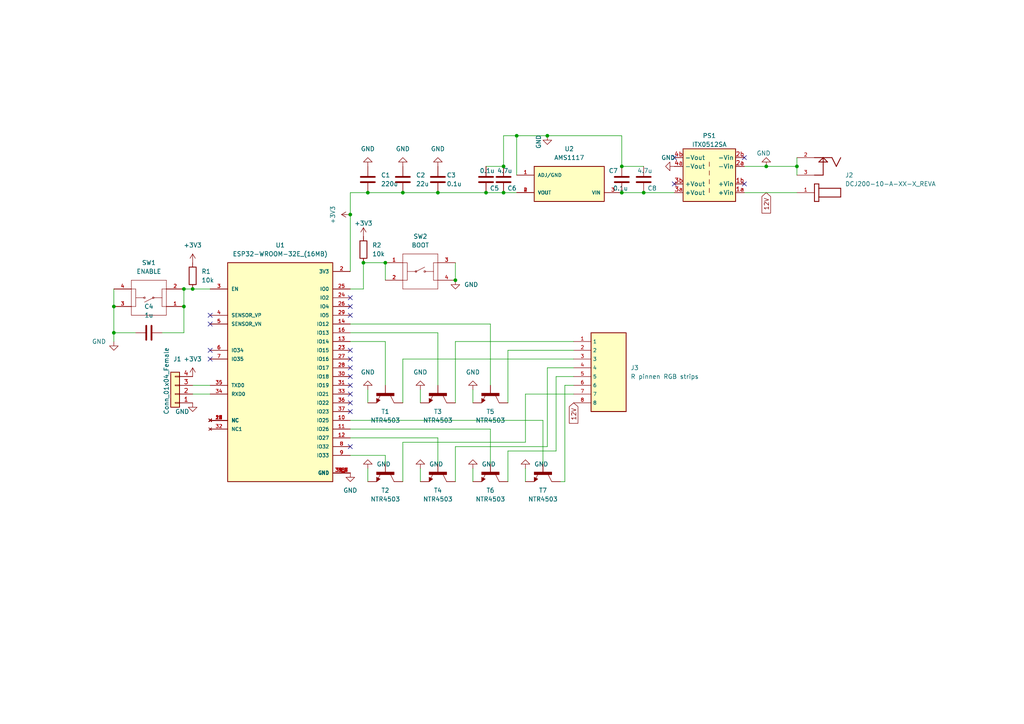
<source format=kicad_sch>
(kicad_sch (version 20211123) (generator eeschema)
  (paper "A4")
  (lib_symbols
    (symbol "1825910-6:1825910-6" (pin_names (offset 1.016) hide)
      (property "Reference" "SW" (at -5.08 5.842 0))
      (property "Value" "1825910-6" (at -5.08 -7.62 0))
      (symbol "1825910-6_0_0"
        (circle (center -1.27 0) (radius 0.254) (stroke (width 0.127)))
        (polyline (pts (xy -5.08 -5.08) (xy 5.08 -5.08)) (stroke (width 0.127)))
        (polyline (pts (xy -5.08 -2.54) (xy -5.08 -5.08)) (stroke (width 0.127)))
        (polyline (pts (xy -5.08 2.54) (xy -5.08 -2.54)) (stroke (width 0.127)))
        (polyline (pts (xy -5.08 2.54) (xy -3.81 2.54)) (stroke (width 0.127)))
        (polyline (pts (xy -5.08 5.08) (xy -5.08 2.54)) (stroke (width 0.127)))
        (polyline (pts (xy -5.08 5.08) (xy 5.08 5.08)) (stroke (width 0.127)))
        (polyline (pts (xy -3.81 -2.54) (xy -5.08 -2.54)) (stroke (width 0.127)))
        (polyline (pts (xy -3.81 0) (xy -3.81 -2.54)) (stroke (width 0.127)))
        (polyline (pts (xy -3.81 0) (xy -1.27 0)) (stroke (width 0.127)))
        (polyline (pts (xy -3.81 2.54) (xy -3.81 0)) (stroke (width 0.127)))
        (polyline (pts (xy -1.27 0) (xy 1.27 1.27)) (stroke (width 0.127)))
        (polyline (pts (xy 1.27 0) (xy 3.81 0)) (stroke (width 0.127)))
        (polyline (pts (xy 3.81 -2.54) (xy 5.08 -2.54)) (stroke (width 0.127)))
        (polyline (pts (xy 3.81 0) (xy 3.81 -2.54)) (stroke (width 0.127)))
        (polyline (pts (xy 3.81 0) (xy 3.81 2.54)) (stroke (width 0.127)))
        (polyline (pts (xy 3.81 2.54) (xy 5.08 2.54)) (stroke (width 0.127)))
        (polyline (pts (xy 5.08 -2.54) (xy 5.08 -5.08)) (stroke (width 0.127)))
        (polyline (pts (xy 5.08 2.54) (xy 5.08 -2.54)) (stroke (width 0.127)))
        (polyline (pts (xy 5.08 5.08) (xy 5.08 2.54)) (stroke (width 0.127)))
        (circle (center 1.27 0) (radius 0.254) (stroke (width 0.127)))
        (pin passive line (at -10.16 2.54 0) (length 5.08) (name "~") (number "1"))
        (pin passive line (at -10.16 -2.54 0) (length 5.08) (name "~") (number "2"))
        (pin passive line (at 10.16 2.54 180) (length 5.08) (name "~") (number "3"))
        (pin passive line (at 10.16 -2.54 180) (length 5.08) (name "~") (number "4"))
      )
    )
    (symbol "282841-5:8_pin_connector"
      (property "Reference" "U" (at -5.08 12.7 0))
      (property "Value" "8_pin_connector" (at 0 -13.97 0))
      (symbol "8_pin_connector_0_0"
        (pin passive line (at -10.16 8.89 0) (length 5.08) (name "1") (number "1"))
        (pin passive line (at -10.16 6.35 0) (length 5.08) (name "2") (number "2"))
        (pin passive line (at -10.16 3.81 0) (length 5.08) (name "3") (number "3"))
        (pin passive line (at -10.16 1.27 0) (length 5.08) (name "4") (number "4"))
        (pin passive line (at -10.16 -1.27 0) (length 5.08) (name "5") (number "5"))
        (pin passive line (at -10.16 -3.81 0) (length 5.08) (name "6") (number "6"))
        (pin passive line (at -10.16 -6.35 0) (length 5.08) (name "7") (number "7"))
        (pin passive line (at -10.16 -8.89 0) (length 5.08) (name "8") (number "8"))
      )
      (symbol "8_pin_connector_0_1"
        (rectangle (start -5.08 11.43) (end 5.08 -11.43))
        (rectangle (start -5.08 11.43) (end 5.08 -11.43) (fill (type background)))
        (polyline (pts (xy -5.08 11.43) (xy -5.08 -11.43) (xy 5.08 -11.43) (xy 5.08 11.43) (xy -5.08 11.43)) (stroke (width 0.254)))
      )
    )
    (symbol "AMS1117:AMS1117" (pin_names (offset 1.016))
      (property "Reference" "U" (at -10.16 5.588 0))
      (property "Value" "AMS1117" (at -10.16 -8.128 0))
      (symbol "AMS1117_0_0"
        (rectangle (start -10.16 -5.08) (end 10.16 5.08) (stroke (width 0.254)) (fill (type background)))
        (pin power_in line (at 15.24 -2.54 180) (length 5.08) (name "ADJ/GND") (number "1"))
        (pin output line (at 15.24 2.54 180) (length 5.08) (name "VOUT") (number "2"))
        (pin input line (at -15.24 2.54 0) (length 5.08) (name "VIN") (number "3"))
        (pin output line (at 15.24 2.54 180) (length 5.08) (name "VOUT") (number "4"))
      )
    )
    (symbol "BC848:BC848" (pin_numbers hide) (pin_names (offset 1.016) hide)
      (property "Reference" "T" (at -10.1854 7.6454 0))
      (property "Value" "BC848" (at -10.16 5.08 0))
      (symbol "BC848_0_0"
        (rectangle (start -0.254 -2.54) (end 0.508 2.54) (fill (type outline)))
        (polyline (pts (xy 1.27 -2.54) (xy 1.778 -1.524)) (stroke (width 0.1524)))
        (polyline (pts (xy 1.524 -2.413) (xy 2.286 -2.413)) (stroke (width 0.254)))
        (polyline (pts (xy 1.524 -2.286) (xy 1.905 -2.286)) (stroke (width 0.254)))
        (polyline (pts (xy 1.5494 -2.032) (xy 0.3048 -1.4224)) (stroke (width 0.1524)))
        (polyline (pts (xy 1.778 -1.778) (xy 1.524 -2.286)) (stroke (width 0.254)))
        (polyline (pts (xy 1.778 -1.524) (xy 2.54 -2.54)) (stroke (width 0.1524)))
        (polyline (pts (xy 1.905 -2.286) (xy 1.778 -2.032)) (stroke (width 0.254)))
        (polyline (pts (xy 2.286 -2.413) (xy 1.778 -1.778)) (stroke (width 0.254)))
        (polyline (pts (xy 2.54 -2.54) (xy 1.27 -2.54)) (stroke (width 0.1524)))
        (polyline (pts (xy 2.54 2.54) (xy 0.508 1.524)) (stroke (width 0.1524)))
        (pin passive line (at -2.54 0 0) (length 2.54) (name "~") (number "1"))
        (pin passive line (at 2.54 -5.08 90) (length 2.54) (name "~") (number "2"))
        (pin passive line (at 2.54 5.08 270) (length 2.54) (name "~") (number "3"))
      )
    )
    (symbol "Connector_Generic:Conn_01x04" (pin_names (offset 1.016) hide)
      (property "Reference" "J" (at 0 5.08 0))
      (property "Value" "Conn_01x04" (at 0 -7.62 0))
      (symbol "Conn_01x04_1_1"
        (rectangle (start -1.27 -4.953) (end 0 -5.207) (stroke (width 0.1524)))
        (rectangle (start -1.27 -2.413) (end 0 -2.667) (stroke (width 0.1524)))
        (rectangle (start -1.27 0.127) (end 0 -0.127) (stroke (width 0.1524)))
        (rectangle (start -1.27 2.667) (end 0 2.413) (stroke (width 0.1524)))
        (rectangle (start -1.27 3.81) (end 1.27 -6.35) (stroke (width 0.254)) (fill (type background)))
        (pin passive line (at -5.08 2.54 0) (length 3.81) (name "Pin_1") (number "1"))
        (pin passive line (at -5.08 0 0) (length 3.81) (name "Pin_2") (number "2"))
        (pin passive line (at -5.08 -2.54 0) (length 3.81) (name "Pin_3") (number "3"))
        (pin passive line (at -5.08 -5.08 0) (length 3.81) (name "Pin_4") (number "4"))
      )
    )
    (symbol "Converter_DCDC:ITX0512SA"
      (property "Reference" "PS1" (at 0 -11.43 0))
      (property "Value" "ITX0512SA" (at 0 -8.89 0))
      (symbol "ITX0512SA_0_0"
        (pin power_in line (at -10.16 5.08 0) (length 2.54) (name "+Vin") (number "1a"))
        (pin power_in line (at -10.16 2.54 0) (length 2.54) (name "+Vin") (number "1b"))
        (pin power_in line (at -10.16 -2.54 0) (length 2.54) (name "-Vin") (number "2a"))
        (pin power_in line (at -10.16 -5.08 0) (length 2.54) (name "-Vin") (number "2b"))
        (pin power_out line (at 10.16 5.08 180) (length 2.54) (name "+Vout") (number "3a"))
        (pin power_out line (at 10.16 2.54 180) (length 2.54) (name "+Vout") (number "3b"))
        (pin power_out line (at 10.16 -2.54 180) (length 2.54) (name "-Vout") (number "4a"))
        (pin power_out line (at 10.16 -5.08 180) (length 2.54) (name "-Vout") (number "4b"))
      )
      (symbol "ITX0512SA_0_1"
        (rectangle (start -7.62 7.62) (end 7.62 -7.62) (stroke (width 0.254)) (fill (type background)))
        (polyline (pts (xy 0 -2.54) (xy 0 -3.81)))
        (polyline (pts (xy 0 0) (xy 0 -1.27)))
        (polyline (pts (xy 0 2.54) (xy 0 1.27)))
        (polyline (pts (xy 0 5.08) (xy 0 3.81)))
      )
    )
    (symbol "DCJ200-10-A-XX-X_REVA:DCJ200-10-A-XX-X_REVA" (pin_names (offset 1.016) hide)
      (property "Reference" "J" (at -5.08 7.62 0))
      (property "Value" "DCJ200-10-A-XX-X_REVA" (at -5.08 -7.62 0))
      (symbol "DCJ200-10-A-XX-X_REVA_0_0"
        (polyline (pts (xy -5.08 3.81) (xy 1.27 3.81)) (stroke (width 0.254)))
        (polyline (pts (xy -5.08 6.35) (xy -5.08 3.81)) (stroke (width 0.254)))
        (polyline (pts (xy -3.81 -2.54) (xy -5.08 -5.08)) (stroke (width 0.254)))
        (polyline (pts (xy -2.54 -5.08) (xy -3.81 -2.54)) (stroke (width 0.254)))
        (polyline (pts (xy -1.27 -3.81) (xy 1.27 -3.81)) (stroke (width 0.254)))
        (polyline (pts (xy 0 -5.08) (xy -2.54 -5.08)) (stroke (width 0.254)))
        (polyline (pts (xy 0 -5.08) (xy -1.27 -3.81)) (stroke (width 0.254)))
        (polyline (pts (xy 0 0) (xy 0 -5.08)) (stroke (width 0.254)))
        (polyline (pts (xy 1.27 -3.81) (xy 0 -5.08)) (stroke (width 0.254)))
        (polyline (pts (xy 1.27 2.54) (xy 2.54 2.54)) (stroke (width 0.254)))
        (polyline (pts (xy 1.27 3.81) (xy 1.27 2.54)) (stroke (width 0.254)))
        (polyline (pts (xy 1.27 6.35) (xy -5.08 6.35)) (stroke (width 0.254)))
        (polyline (pts (xy 1.27 6.35) (xy 1.27 3.81)) (stroke (width 0.254)))
        (polyline (pts (xy 1.27 7.62) (xy 1.27 6.35)) (stroke (width 0.254)))
        (polyline (pts (xy 2.54 -5.08) (xy 0 -5.08)) (stroke (width 0.254)))
        (polyline (pts (xy 2.54 0) (xy 0 0)) (stroke (width 0.254)))
        (polyline (pts (xy 2.54 2.54) (xy 2.54 7.62)) (stroke (width 0.254)))
        (polyline (pts (xy 2.54 7.62) (xy 1.27 7.62)) (stroke (width 0.254)))
        (pin passive line (at 7.62 5.08 180) (length 5.08) (name "~") (number "1"))
        (pin passive line (at 7.62 -5.08 180) (length 5.08) (name "~") (number "2"))
        (pin passive line (at 7.62 0 180) (length 5.08) (name "~") (number "3"))
      )
    )
    (symbol "Device:C" (pin_numbers hide) (pin_names (offset 0.254))
      (property "Reference" "C" (at 0.635 2.54 0))
      (property "Value" "C" (at 0.635 -2.54 0))
      (symbol "C_0_1"
        (polyline (pts (xy -2.032 -0.762) (xy 2.032 -0.762)) (stroke (width 0.508)))
        (polyline (pts (xy -2.032 0.762) (xy 2.032 0.762)) (stroke (width 0.508)))
      )
      (symbol "C_1_1"
        (pin passive line (at 0 3.81 270) (length 2.794) (name "~") (number "1"))
        (pin passive line (at 0 -3.81 90) (length 2.794) (name "~") (number "2"))
      )
    )
    (symbol "Device:R" (pin_numbers hide) (pin_names (offset 0))
      (property "Reference" "R" (at 2.032 0 90))
      (property "Value" "R" (at 0 0 90))
      (symbol "R_0_1"
        (rectangle (start -1.016 -2.54) (end 1.016 2.54) (stroke (width 0.254)))
      )
      (symbol "R_1_1"
        (pin passive line (at 0 3.81 270) (length 1.27) (name "~") (number "1"))
        (pin passive line (at 0 -3.81 90) (length 1.27) (name "~") (number "2"))
      )
    )
    (symbol "ESP32-WROOM-32E__16MB_:ESP32-WROOM-32E_(16MB)" (pin_names (offset 1.016))
      (property "Reference" "U" (at -15.24 33.909 0))
      (property "Value" "ESP32-WROOM-32E_(16MB)" (at -15.24 -33.02 0))
      (symbol "ESP32-WROOM-32E_(16MB)_0_0"
        (rectangle (start -15.24 -30.48) (end 15.24 33.02) (stroke (width 0.254)) (fill (type background)))
        (pin power_in line (at 20.32 -27.94 180) (length 5.08) (name "GND") (number "1"))
        (pin bidirectional line (at 20.32 -12.7 180) (length 5.08) (name "IO25") (number "10"))
        (pin bidirectional line (at 20.32 -15.24 180) (length 5.08) (name "IO26") (number "11"))
        (pin bidirectional line (at 20.32 -17.78 180) (length 5.08) (name "IO27") (number "12"))
        (pin bidirectional line (at 20.32 10.16 180) (length 5.08) (name "IO14") (number "13"))
        (pin bidirectional line (at 20.32 15.24 180) (length 5.08) (name "IO12") (number "14"))
        (pin power_in line (at 20.32 -27.94 180) (length 5.08) (name "GND") (number "15"))
        (pin bidirectional line (at 20.32 12.7 180) (length 5.08) (name "IO13") (number "16"))
        (pin no_connect line (at -20.32 -12.7 0) (length 5.08) (name "NC") (number "17"))
        (pin no_connect line (at -20.32 -12.7 0) (length 5.08) (name "NC") (number "18"))
        (pin no_connect line (at -20.32 -12.7 0) (length 5.08) (name "NC") (number "19"))
        (pin power_in line (at 20.32 30.48 180) (length 5.08) (name "3V3") (number "2"))
        (pin no_connect line (at -20.32 -12.7 0) (length 5.08) (name "NC") (number "20"))
        (pin no_connect line (at -20.32 -12.7 0) (length 5.08) (name "NC") (number "21"))
        (pin no_connect line (at -20.32 -12.7 0) (length 5.08) (name "NC") (number "22"))
        (pin bidirectional line (at 20.32 7.62 180) (length 5.08) (name "IO15") (number "23"))
        (pin bidirectional line (at 20.32 22.86 180) (length 5.08) (name "IO2") (number "24"))
        (pin bidirectional line (at 20.32 25.4 180) (length 5.08) (name "IO0") (number "25"))
        (pin bidirectional line (at 20.32 20.32 180) (length 5.08) (name "IO4") (number "26"))
        (pin bidirectional line (at 20.32 5.08 180) (length 5.08) (name "IO16") (number "27"))
        (pin bidirectional line (at 20.32 2.54 180) (length 5.08) (name "IO17") (number "28"))
        (pin bidirectional line (at 20.32 17.78 180) (length 5.08) (name "IO5") (number "29"))
        (pin input line (at -20.32 25.4 0) (length 5.08) (name "EN") (number "3"))
        (pin bidirectional line (at 20.32 0 180) (length 5.08) (name "IO18") (number "30"))
        (pin bidirectional line (at 20.32 -2.54 180) (length 5.08) (name "IO19") (number "31"))
        (pin no_connect line (at -20.32 -15.24 0) (length 5.08) (name "NC1") (number "32"))
        (pin bidirectional line (at 20.32 -5.08 180) (length 5.08) (name "IO21") (number "33"))
        (pin bidirectional line (at -20.32 -5.08 0) (length 5.08) (name "RXD0") (number "34"))
        (pin bidirectional line (at -20.32 -2.54 0) (length 5.08) (name "TXD0") (number "35"))
        (pin bidirectional line (at 20.32 -7.62 180) (length 5.08) (name "IO22") (number "36"))
        (pin bidirectional line (at 20.32 -10.16 180) (length 5.08) (name "IO23") (number "37"))
        (pin power_in line (at 20.32 -27.94 180) (length 5.08) (name "GND") (number "38"))
        (pin power_in line (at 20.32 -27.94 180) (length 5.08) (name "GND") (number "39_1"))
        (pin power_in line (at 20.32 -27.94 180) (length 5.08) (name "GND") (number "39_2"))
        (pin power_in line (at 20.32 -27.94 180) (length 5.08) (name "GND") (number "39_3"))
        (pin power_in line (at 20.32 -27.94 180) (length 5.08) (name "GND") (number "39_4"))
        (pin power_in line (at 20.32 -27.94 180) (length 5.08) (name "GND") (number "39_5"))
        (pin power_in line (at 20.32 -27.94 180) (length 5.08) (name "GND") (number "39_6"))
        (pin power_in line (at 20.32 -27.94 180) (length 5.08) (name "GND") (number "39_7"))
        (pin power_in line (at 20.32 -27.94 180) (length 5.08) (name "GND") (number "39_8"))
        (pin power_in line (at 20.32 -27.94 180) (length 5.08) (name "GND") (number "39_9"))
        (pin input line (at -20.32 17.78 0) (length 5.08) (name "SENSOR_VP") (number "4"))
        (pin input line (at -20.32 15.24 0) (length 5.08) (name "SENSOR_VN") (number "5"))
        (pin input line (at -20.32 7.62 0) (length 5.08) (name "IO34") (number "6"))
        (pin input line (at -20.32 5.08 0) (length 5.08) (name "IO35") (number "7"))
        (pin bidirectional line (at 20.32 -20.32 180) (length 5.08) (name "IO32") (number "8"))
        (pin bidirectional line (at 20.32 -22.86 180) (length 5.08) (name "IO33") (number "9"))
      )
    )
    (symbol "power:+3V3" (power) (pin_names (offset 0))
      (property "Value" "+3V3" (at 0 3.556 0))
      (symbol "+3V3_0_1"
        (polyline (pts (xy -0.762 1.27) (xy 0 2.54)))
        (polyline (pts (xy 0 0) (xy 0 2.54)))
        (polyline (pts (xy 0 2.54) (xy 0.762 1.27)))
      )
      (symbol "+3V3_1_1"
        (pin power_in line (at 0 0 90) (length 0) hide (name "+3V3") (number "1"))
      )
    )
    (symbol "power:GND" (power) (pin_names (offset 0))
      (property "Value" "GND" (at 0 -3.81 0))
      (symbol "GND_0_1"
        (polyline (pts (xy 0 0) (xy 0 -1.27) (xy 1.27 -1.27) (xy 0 -2.54) (xy -1.27 -1.27) (xy 0 -1.27)))
      )
      (symbol "GND_1_1"
        (pin power_in line (at 0 0 270) (length 0) hide (name "GND") (number "1"))
      )
    )
  )
  (junction (at 186.69 55.88))
  (junction (at 146.05 55.88))
  (junction (at 132.08 81.28))
  (junction (at 231.14 48.26))
  (junction (at 116.84 55.88))
  (junction (at 53.34 83.82))
  (junction (at 158.75 39.37))
  (junction (at 127 55.88))
  (junction (at 53.34 88.9))
  (junction (at 106.68 55.88))
  (junction (at 105.41 76.2))
  (junction (at 140.97 55.88))
  (junction (at 180.34 48.26))
  (junction (at 33.02 96.52))
  (junction (at 111.76 76.2))
  (junction (at 149.86 39.37))
  (junction (at 55.88 83.82))
  (junction (at 101.6 62.23))
  (junction (at 33.02 88.9))
  (junction (at 222.25 48.26))
  (junction (at 146.05 48.26))
  (junction (at 180.34 55.88))
  (no_connect (at 195.58 53.34))
  (no_connect (at 215.9 45.72))
  (no_connect (at 195.58 45.72))
  (no_connect (at 215.9 53.34))
  (no_connect (at 60.96 101.6))
  (no_connect (at 60.96 104.14))
  (no_connect (at 60.96 91.44))
  (no_connect (at 60.96 93.98))
  (no_connect (at 101.6 111.76))
  (no_connect (at 101.6 114.3))
  (no_connect (at 101.6 116.84))
  (no_connect (at 101.6 119.38))
  (no_connect (at 101.6 129.54))
  (no_connect (at 101.6 104.14))
  (no_connect (at 101.6 109.22))
  (no_connect (at 101.6 101.6))
  (no_connect (at 101.6 106.68))
  (no_connect (at 101.6 88.9))
  (no_connect (at 101.6 91.44))
  (no_connect (at 101.6 86.36))
  (wire (pts (xy 231.14 45.72) (xy 231.14 48.26)))
  (wire (pts (xy 158.75 129.54) (xy 158.75 106.68)))
  (wire (pts (xy 101.6 83.82) (xy 105.41 83.82)))
  (wire (pts (xy 132.08 129.54) (xy 158.75 129.54)))
  (wire (pts (xy 116.84 139.7) (xy 116.84 128.27)))
  (wire (pts (xy 105.41 76.2) (xy 105.41 83.82)))
  (wire (pts (xy 231.14 48.26) (xy 231.14 50.8)))
  (wire (pts (xy 33.02 96.52) (xy 33.02 99.06)))
  (wire (pts (xy 127 127) (xy 127 134.62)))
  (wire (pts (xy 116.84 104.14) (xy 166.37 104.14)))
  (wire (pts (xy 33.02 88.9) (xy 33.02 83.82)))
  (wire (pts (xy 53.34 96.52) (xy 53.34 88.9)))
  (wire (pts (xy 106.68 55.88) (xy 116.84 55.88)))
  (wire (pts (xy 111.76 132.08) (xy 111.76 134.62)))
  (wire (pts (xy 137.16 113.03) (xy 137.16 116.84)))
  (wire (pts (xy 105.41 76.2) (xy 111.76 76.2)))
  (wire (pts (xy 146.05 55.88) (xy 149.86 55.88)))
  (wire (pts (xy 121.92 113.03) (xy 121.92 116.84)))
  (wire (pts (xy 163.83 111.76) (xy 166.37 111.76)))
  (wire (pts (xy 111.76 76.2) (xy 111.76 81.28)))
  (wire (pts (xy 55.88 111.76) (xy 60.96 111.76)))
  (wire (pts (xy 180.34 48.26) (xy 180.34 39.37)))
  (wire (pts (xy 132.08 139.7) (xy 132.08 129.54)))
  (wire (pts (xy 140.97 55.88) (xy 146.05 55.88)))
  (wire (pts (xy 101.6 99.06) (xy 111.76 99.06)))
  (wire (pts (xy 157.48 121.92) (xy 157.48 134.62)))
  (wire (pts (xy 161.29 130.81) (xy 161.29 109.22)))
  (wire (pts (xy 149.86 39.37) (xy 146.05 39.37)))
  (wire (pts (xy 142.24 93.98) (xy 142.24 111.76)))
  (wire (pts (xy 33.02 96.52) (xy 39.37 96.52)))
  (wire (pts (xy 147.32 101.6) (xy 166.37 101.6)))
  (wire (pts (xy 215.9 55.88) (xy 231.14 55.88)))
  (wire (pts (xy 137.16 135.89) (xy 137.16 139.7)))
  (wire (pts (xy 116.84 128.27) (xy 152.4 128.27)))
  (wire (pts (xy 101.6 96.52) (xy 127 96.52)))
  (wire (pts (xy 180.34 48.26) (xy 186.69 48.26)))
  (wire (pts (xy 158.75 39.37) (xy 149.86 39.37)))
  (wire (pts (xy 101.6 62.23) (xy 101.6 78.74)))
  (wire (pts (xy 111.76 99.06) (xy 111.76 111.76)))
  (wire (pts (xy 222.25 48.26) (xy 231.14 48.26)))
  (wire (pts (xy 55.88 114.3) (xy 60.96 114.3)))
  (wire (pts (xy 101.6 93.98) (xy 142.24 93.98)))
  (wire (pts (xy 215.9 48.26) (xy 222.25 48.26)))
  (wire (pts (xy 163.83 139.7) (xy 163.83 111.76)))
  (wire (pts (xy 152.4 135.89) (xy 152.4 139.7)))
  (wire (pts (xy 116.84 55.88) (xy 127 55.88)))
  (wire (pts (xy 180.34 39.37) (xy 158.75 39.37)))
  (wire (pts (xy 101.6 132.08) (xy 111.76 132.08)))
  (wire (pts (xy 101.6 55.88) (xy 106.68 55.88)))
  (wire (pts (xy 186.69 55.88) (xy 195.58 55.88)))
  (wire (pts (xy 152.4 128.27) (xy 152.4 114.3)))
  (wire (pts (xy 161.29 109.22) (xy 166.37 109.22)))
  (wire (pts (xy 101.6 55.88) (xy 101.6 62.23)))
  (wire (pts (xy 132.08 99.06) (xy 166.37 99.06)))
  (wire (pts (xy 146.05 39.37) (xy 146.05 48.26)))
  (wire (pts (xy 152.4 114.3) (xy 166.37 114.3)))
  (wire (pts (xy 53.34 88.9) (xy 53.34 83.82)))
  (wire (pts (xy 121.92 135.89) (xy 121.92 139.7)))
  (wire (pts (xy 142.24 124.46) (xy 142.24 134.62)))
  (wire (pts (xy 147.32 139.7) (xy 147.32 130.81)))
  (wire (pts (xy 147.32 116.84) (xy 147.32 101.6)))
  (wire (pts (xy 140.97 48.26) (xy 146.05 48.26)))
  (wire (pts (xy 53.34 83.82) (xy 55.88 83.82)))
  (wire (pts (xy 147.32 130.81) (xy 161.29 130.81)))
  (wire (pts (xy 46.99 96.52) (xy 53.34 96.52)))
  (wire (pts (xy 132.08 116.84) (xy 132.08 99.06)))
  (wire (pts (xy 101.6 127) (xy 127 127)))
  (wire (pts (xy 127 96.52) (xy 127 111.76)))
  (wire (pts (xy 106.68 113.03) (xy 106.68 116.84)))
  (wire (pts (xy 101.6 124.46) (xy 142.24 124.46)))
  (wire (pts (xy 162.56 139.7) (xy 163.83 139.7)))
  (wire (pts (xy 106.68 135.89) (xy 106.68 139.7)))
  (wire (pts (xy 158.75 106.68) (xy 166.37 106.68)))
  (wire (pts (xy 132.08 76.2) (xy 132.08 81.28)))
  (wire (pts (xy 101.6 121.92) (xy 157.48 121.92)))
  (wire (pts (xy 149.86 39.37) (xy 149.86 50.8)))
  (wire (pts (xy 116.84 116.84) (xy 116.84 104.14)))
  (wire (pts (xy 127 55.88) (xy 140.97 55.88)))
  (wire (pts (xy 33.02 88.9) (xy 33.02 96.52)))
  (wire (pts (xy 186.69 55.88) (xy 180.34 55.88)))
  (wire (pts (xy 55.88 83.82) (xy 60.96 83.82)))
  (global_label "12V" (shape input) (at 166.37 116.84 270) (property "Intersheet References" "${INTERSHEET_REFS}" (effects hide)))
  (global_label "12V" (shape input) (at 222.25 55.88 270) (property "Intersheet References" "${INTERSHEET_REFS}" (effects hide)))
  (symbol (lib_id "power:GND") (at 127 48.26 180) (unit 1)
    (property "Reference" "#PWR010" (effects hide))
    (property "Value" "GND" (at 127 43.18 0))
  )
  (symbol (lib_id "Device:R") (at 55.88 80.01 0) (unit 1)
    (property "Reference" "R1" (at 58.42 78.7399 0) (effects (justify left)))
    (property "Value" "10k" (at 58.42 81.2799 0) (effects (justify left)))
    (property "Footprint" "Resistor_SMD:R_0805_2012Metric" (effects hide))
  )
  (symbol (lib_id "power:+3V3") (at 55.88 109.22 0) (unit 1)
    (property "Reference" "#PWR0102" (effects hide))
    (property "Value" "+3V3" (at 55.88 104.14 0))
  )
  (symbol (lib_id "BC848:BC848") (at 111.76 114.3 270) (unit 1)
    (property "Reference" "T1" (at 111.76 119.38 90))
    (property "Value" "NTR4503" (at 111.76 121.92 90))
    (property "Footprint" "libraries:SOT23" (effects hide))
  )
  (symbol (lib_id "power:GND") (at 132.08 81.28 0) (unit 1)
    (property "Reference" "#PWR0101" (effects hide))
    (property "Value" "GND" (at 134.62 82.5499 0) (effects (justify left)))
  )
  (symbol (lib_id "282841-5:8_pin_connector") (at 176.53 107.95 0) (unit 1)
    (property "Reference" "J3" (at 182.88 106.6799 0) (effects (justify left)))
    (property "Value" "R pinnen RGB strips" (at 182.88 109.2199 0) (effects (justify left)))
    (property "Footprint" "libraries:TE_1546215-8" (effects hide))
  )
  (symbol (lib_id "power:GND") (at 222.25 48.26 180) (unit 1)
    (property "Reference" "#PWR0110" (effects hide))
    (property "Value" "GND" (at 223.52 44.45 0) (effects (justify left)))
  )
  (symbol (lib_id "ESP32-WROOM-32E__16MB_:ESP32-WROOM-32E_(16MB)") (at 81.28 109.22 0) (unit 1)
    (property "Reference" "U1" (at 81.28 71.12 0))
    (property "Value" "ESP32-WROOM-32E_(16MB)" (at 81.28 73.66 0))
    (property "Footprint" "libraries:XCVR_ESP32-WROOM-32E_(16MB)" (effects hide))
    (property "PARTREV" "1.4" (effects hide))
    (property "STANDARD" "Manufacturer Recommendations" (effects hide))
    (property "MAXIMUM_PACKAGE_HEIGHT" "3.25mm" (effects hide))
    (property "MANUFACTURER" "Espressif Systems" (effects hide))
  )
  (symbol (lib_id "1825910-6:1825910-6") (at 121.92 78.74 0) (unit 1)
    (property "Reference" "SW2" (at 121.92 68.58 0))
    (property "Value" "BOOT" (at 121.92 71.12 0))
    (property "Footprint" "libraries:SW_1825910-6-4" (effects hide))
    (property "Comment" "1825910-6" (effects hide))
  )
  (symbol (lib_id "BC848:BC848") (at 142.24 137.16 270) (unit 1)
    (property "Reference" "T6" (at 142.24 142.24 90))
    (property "Value" "NTR4503" (at 142.24 144.78 90))
    (property "Footprint" "libraries:SOT23" (effects hide))
  )
  (symbol (lib_id "Device:C") (at 186.69 52.07 180) (unit 1)
    (property "Reference" "C8" (at 190.5 54.61 0) (effects (justify left)))
    (property "Value" "4.7u" (at 189.23 49.53 0) (effects (justify left)))
    (property "Footprint" "Capacitor_SMD:C_0805_2012Metric" (effects hide))
  )
  (symbol (lib_id "power:+3V3") (at 105.41 68.58 0) (unit 1)
    (property "Reference" "#PWR0106" (effects hide))
    (property "Value" "+3V3" (at 105.41 64.77 0))
  )
  (symbol (lib_id "Device:C") (at 146.05 52.07 180) (unit 1)
    (property "Reference" "C6" (at 149.86 54.61 0) (effects (justify left)))
    (property "Value" "4.7u" (at 148.59 49.53 0) (effects (justify left)))
    (property "Footprint" "Capacitor_SMD:C_0805_2012Metric" (effects hide))
  )
  (symbol (lib_id "Connector_Generic:Conn_01x04") (at 50.8 114.3 180) (unit 1)
    (property "Reference" "J1" (at 51.435 104.14 0))
    (property "Value" "Conn_01x04_Female" (at 48.26 110.49 90))
    (property "Footprint" "Connector_PinHeader_2.54mm:PinHeader_1x04_P2.54mm_Vertical" (effects hide))
  )
  (symbol (lib_id "Device:C") (at 116.84 52.07 180) (unit 1)
    (property "Reference" "C2" (at 120.65 50.7999 0) (effects (justify right)))
    (property "Value" "22u" (at 120.65 53.3399 0) (effects (justify right)))
    (property "Footprint" "Capacitor_SMD:C_0805_2012Metric" (effects hide))
  )
  (symbol (lib_id "power:GND") (at 152.4 135.89 180) (unit 1)
    (property "Reference" "#PWR014" (effects hide))
    (property "Value" "GND" (at 154.94 134.6199 0) (effects (justify right)))
  )
  (symbol (lib_id "power:GND") (at 55.88 116.84 0) (unit 1)
    (property "Reference" "#PWR0103" (effects hide))
    (property "Value" "GND" (at 50.8 119.38 0) (effects (justify left)))
  )
  (symbol (lib_id "power:+3V3") (at 55.88 76.2 0) (unit 1)
    (property "Reference" "#PWR0107" (effects hide))
    (property "Value" "+3V3" (at 55.88 71.12 0))
  )
  (symbol (lib_id "power:GND") (at 137.16 113.03 180) (unit 1)
    (property "Reference" "#PWR011" (effects hide))
    (property "Value" "GND" (at 137.16 107.95 0))
  )
  (symbol (lib_id "power:GND") (at 121.92 113.03 180) (unit 1)
    (property "Reference" "#PWR08" (effects hide))
    (property "Value" "GND" (at 121.92 107.95 0))
  )
  (symbol (lib_id "Device:C") (at 180.34 52.07 0) (unit 1)
    (property "Reference" "C7" (at 176.53 49.53 0) (effects (justify left)))
    (property "Value" "0.1u" (at 177.8 54.61 0) (effects (justify left)))
    (property "Footprint" "Capacitor_SMD:C_0805_2012Metric" (effects hide))
  )
  (symbol (lib_id "power:GND") (at 106.68 135.89 180) (unit 1)
    (property "Reference" "#PWR05" (effects hide))
    (property "Value" "GND" (at 109.22 134.6199 0) (effects (justify right)))
  )
  (symbol (lib_id "power:GND") (at 101.6 137.16 0) (unit 1)
    (property "Reference" "#PWR02" (effects hide))
    (property "Value" "GND" (at 101.6 142.24 0))
  )
  (symbol (lib_id "Converter_DCDC:ITX0512SA") (at 205.74 50.8 180) (unit 1)
    (property "Reference" "PS1" (at 205.74 39.37 0))
    (property "Value" "ITX0512SA" (at 205.74 41.91 0))
    (property "Footprint" "libraries:Buck Converter" (effects hide))
  )
  (symbol (lib_id "BC848:BC848") (at 127 137.16 270) (unit 1)
    (property "Reference" "T4" (at 127 142.24 90))
    (property "Value" "NTR4503" (at 127 144.78 90))
    (property "Footprint" "libraries:SOT23" (effects hide))
  )
  (symbol (lib_id "power:GND") (at 116.84 48.26 180) (unit 1)
    (property "Reference" "#PWR07" (effects hide))
    (property "Value" "GND" (at 116.84 43.18 0))
  )
  (symbol (lib_id "power:+3V3") (at 101.6 62.23 90) (unit 1)
    (property "Reference" "#PWR0104" (effects hide))
    (property "Value" "+3V3" (at 96.52 59.69 0) (effects (justify right)))
  )
  (symbol (lib_id "BC848:BC848") (at 142.24 114.3 270) (unit 1)
    (property "Reference" "T5" (at 142.24 119.38 90))
    (property "Value" "NTR4503" (at 142.24 121.92 90))
    (property "Footprint" "libraries:SOT23" (effects hide))
  )
  (symbol (lib_id "AMS1117:AMS1117") (at 165.1 53.34 180) (unit 1)
    (property "Reference" "U2" (at 165.1 43.18 0))
    (property "Value" "AMS1117" (at 165.1 45.72 0))
    (property "Footprint" "libraries:SOT229P700X180-4N" (effects hide))
    (property "MANUFACTURER" "AMS" (effects hide))
    (property "MAXIMUM_PACKAGE_HEIGHT" "1.8mm" (effects hide))
    (property "PARTREV" "N/A" (effects hide))
    (property "STANDARD" "IPC-7351B" (effects hide))
  )
  (symbol (lib_id "BC848:BC848") (at 157.48 137.16 270) (unit 1)
    (property "Reference" "T7" (at 157.48 142.24 90))
    (property "Value" "NTR4503" (at 157.48 144.78 90))
    (property "Footprint" "libraries:SOT23" (effects hide))
  )
  (symbol (lib_id "Device:C") (at 127 52.07 180) (unit 1)
    (property "Reference" "C3" (at 129.54 50.8 0) (effects (justify right)))
    (property "Value" "0.1u" (at 129.54 53.34 0) (effects (justify right)))
    (property "Footprint" "Capacitor_SMD:C_0805_2012Metric" (effects hide))
  )
  (symbol (lib_id "Device:C") (at 140.97 52.07 180) (unit 1)
    (property "Reference" "C5" (at 144.78 54.61 0) (effects (justify left)))
    (property "Value" "0.1u" (at 143.51 49.53 0) (effects (justify left)))
    (property "Footprint" "Capacitor_SMD:C_0805_2012Metric" (effects hide))
  )
  (symbol (lib_id "Device:R") (at 105.41 72.39 0) (unit 1)
    (property "Reference" "R2" (at 107.95 71.1199 0) (effects (justify left)))
    (property "Value" "10k" (at 107.95 73.6599 0) (effects (justify left)))
    (property "Footprint" "Resistor_SMD:R_0805_2012Metric" (effects hide))
  )
  (symbol (lib_id "BC848:BC848") (at 111.76 137.16 270) (unit 1)
    (property "Reference" "T2" (at 111.76 142.24 90))
    (property "Value" "NTR4503" (at 111.76 144.78 90))
    (property "Footprint" "libraries:SOT23" (effects hide))
  )
  (symbol (lib_id "Device:C") (at 106.68 52.07 180) (unit 1)
    (property "Reference" "C1" (at 110.49 50.7999 0) (effects (justify right)))
    (property "Value" "220u" (at 110.49 53.3399 0) (effects (justify right)))
    (property "Footprint" "libraries:CAP_EEE0JA101WR" (effects hide))
  )
  (symbol (lib_id "power:GND") (at 195.58 48.26 270) (unit 1)
    (property "Reference" "#PWR0105" (effects hide))
    (property "Value" "GND" (at 191.77 45.72 90) (effects (justify left)))
  )
  (symbol (lib_id "power:GND") (at 106.68 113.03 180) (unit 1)
    (property "Reference" "#PWR04" (effects hide))
    (property "Value" "GND" (at 106.68 107.95 0))
  )
  (symbol (lib_id "DCJ200-10-A-XX-X_REVA:DCJ200-10-A-XX-X_REVA") (at 238.76 50.8 180) (unit 1)
    (property "Reference" "J2" (at 245.11 50.7999 0) (effects (justify right)))
    (property "Value" "DCJ200-10-A-XX-X_REVA" (at 245.11 53.3399 0) (effects (justify right)))
    (property "Footprint" "libraries:GCT_DCJ200-10-A-XX-X_REVA" (effects hide))
    (property "MANUFACTURER" "GCT" (effects hide))
  )
  (symbol (lib_id "BC848:BC848") (at 127 114.3 270) (unit 1)
    (property "Reference" "T3" (at 127 119.38 90))
    (property "Value" "NTR4503" (at 127 121.92 90))
    (property "Footprint" "libraries:SOT23" (effects hide))
  )
  (symbol (lib_id "power:GND") (at 137.16 135.89 180) (unit 1)
    (property "Reference" "#PWR012" (effects hide))
    (property "Value" "GND" (at 139.7 134.6199 0) (effects (justify right)))
  )
  (symbol (lib_id "power:GND") (at 33.02 99.06 0) (unit 1)
    (property "Reference" "#PWR0108" (effects hide))
    (property "Value" "GND" (at 26.67 99.06 0) (effects (justify left)))
  )
  (symbol (lib_id "power:GND") (at 106.68 48.26 180) (unit 1)
    (property "Reference" "#PWR03" (effects hide))
    (property "Value" "GND" (at 106.68 43.18 0))
  )
  (symbol (lib_id "power:GND") (at 121.92 135.89 180) (unit 1)
    (property "Reference" "#PWR09" (effects hide))
    (property "Value" "GND" (at 124.46 134.6199 0) (effects (justify right)))
  )
  (symbol (lib_id "Device:C") (at 43.18 96.52 90) (unit 1)
    (property "Reference" "C4" (at 43.18 88.9 90))
    (property "Value" "1u" (at 43.18 91.44 90))
    (property "Footprint" "Capacitor_SMD:C_0805_2012Metric" (effects hide))
  )
  (symbol (lib_id "1825910-6:1825910-6") (at 43.18 86.36 180) (unit 1)
    (property "Reference" "SW1" (at 43.18 76.2 0))
    (property "Value" "ENABLE" (at 43.18 78.74 0))
    (property "Footprint" "libraries:SW_1825910-6-4" (effects hide))
    (property "Comment" "1825910-6" (effects hide))
  )
  (symbol (lib_id "power:GND") (at 158.75 39.37 0) (unit 1)
    (property "Reference" "#PWR0109" (effects hide))
    (property "Value" "GND" (at 156.21 43.18 90) (effects (justify left)))
  )
)
</source>
